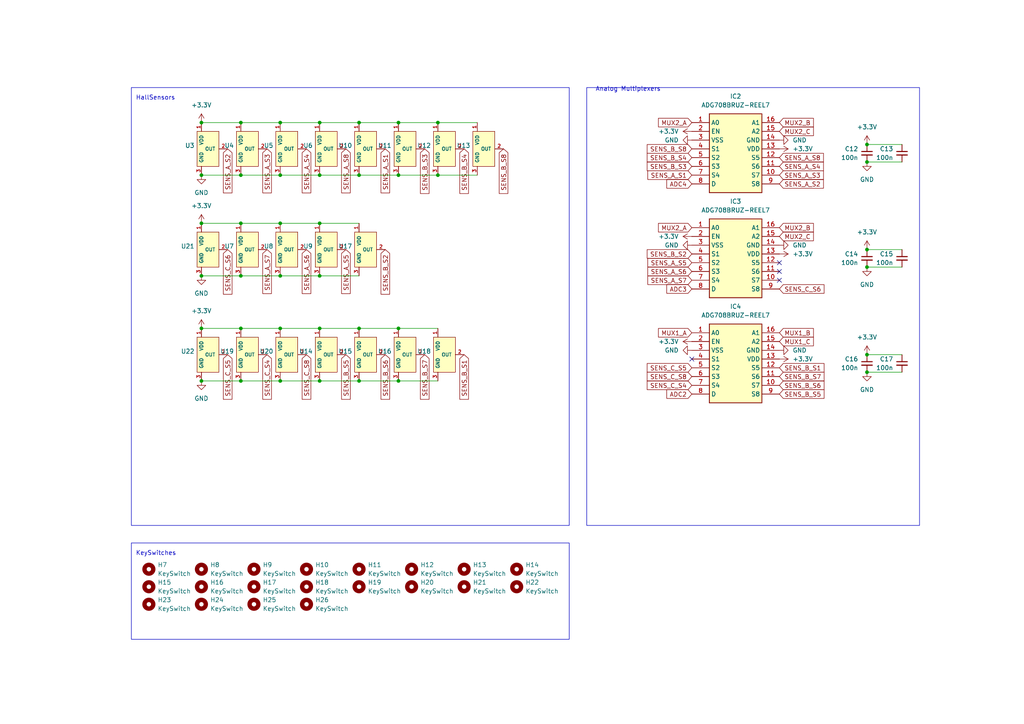
<source format=kicad_sch>
(kicad_sch (version 20250114) (generator "eeschema") (generator_version "9.0")
  (paper "A4")
  (lib_symbols
    (symbol "Device:C_Small" (pin_numbers (hide yes)) (pin_names (offset 0.254) (hide yes))
      (property "Reference" "C" (at 0.254 1.778 0))
      (property "Value" "C_Small" (at 0.254 -2.032 0))
      (symbol "C_Small_0_1"
        (polyline (pts (xy -1.524 0.508) (xy 1.524 0.508)) (stroke (width 0.3048)))
        (polyline (pts (xy -1.524 -0.508) (xy 1.524 -0.508)) (stroke (width 0.3302)))
      )
      (symbol "C_Small_1_1"
        (pin passive line (at 0 2.54 270) (length 2.032) (name "~") (number "1"))
        (pin passive line (at 0 -2.54 90) (length 2.032) (name "~") (number "2"))
      )
    )
    (symbol "Mechanical:MountingHole" (pin_names (offset 1.016))
      (property "Reference" "H" (at 0 5.08 0))
      (property "Value" "MountingHole" (at 0 3.175 0))
      (symbol "MountingHole_0_1"
        (circle (center 0 0) (radius 1.27) (stroke (width 1.27)))
      )
    )
    (symbol "ember_49e:Hall_Sensor" (pin_names (offset 1.016))
      (property "Reference" "U?" (at -4.5212 0.9652 0))
      (symbol "Hall_Sensor_0_1"
        (rectangle (start -3.81 5.08) (end 2.54 -5.08) (fill (type background)))
      )
      (symbol "Hall_Sensor_1_1"
        (pin power_in line (at -2.54 7.62 270) (length 2.54) (name "VDD") (number "1"))
        (pin power_in line (at -2.54 -7.62 90) (length 2.54) (name "GND") (number "3"))
        (pin output line (at 5.08 0 180) (length 2.54) (name "OUT") (number "2"))
      )
    )
    (symbol "ember_adg708:ADG708BRUZ-REEL7"
      (property "Reference" "IC" (at 21.59 7.62 0))
      (property "Value" "ADG708BRUZ-REEL7" (at 21.59 5.08 0))
      (symbol "ADG708BRUZ-REEL7_1_1"
        (rectangle (start 5.08 2.54) (end 20.32 -20.32) (stroke (width 0.254)) (fill (type background)))
        (pin passive line (at 0 0 0) (length 5.08) (name "A0") (number "1"))
        (pin passive line (at 0 -2.54 0) (length 5.08) (name "EN") (number "2"))
        (pin passive line (at 0 -5.08 0) (length 5.08) (name "VSS") (number "3"))
        (pin passive line (at 0 -7.62 0) (length 5.08) (name "S1") (number "4"))
        (pin passive line (at 0 -10.16 0) (length 5.08) (name "S2") (number "5"))
        (pin passive line (at 0 -12.7 0) (length 5.08) (name "S3") (number "6"))
        (pin passive line (at 0 -15.24 0) (length 5.08) (name "S4") (number "7"))
        (pin passive line (at 0 -17.78 0) (length 5.08) (name "D") (number "8"))
        (pin passive line (at 25.4 0 180) (length 5.08) (name "A1") (number "16"))
        (pin passive line (at 25.4 -2.54 180) (length 5.08) (name "A2") (number "15"))
        (pin passive line (at 25.4 -5.08 180) (length 5.08) (name "GND") (number "14"))
        (pin passive line (at 25.4 -7.62 180) (length 5.08) (name "VDD") (number "13"))
        (pin passive line (at 25.4 -10.16 180) (length 5.08) (name "S5") (number "12"))
        (pin passive line (at 25.4 -12.7 180) (length 5.08) (name "S6") (number "11"))
        (pin passive line (at 25.4 -15.24 180) (length 5.08) (name "S7") (number "10"))
        (pin passive line (at 25.4 -17.78 180) (length 5.08) (name "S8") (number "9"))
      )
    )
    (symbol "power:+3.3V" (power) (pin_names (offset 0))
      (property "Value" "+3.3V" (at 0 3.556 0))
      (symbol "+3.3V_0_1"
        (polyline (pts (xy -0.762 1.27) (xy 0 2.54)))
        (polyline (pts (xy 0 2.54) (xy 0.762 1.27)))
        (polyline (pts (xy 0 0) (xy 0 2.54)))
      )
      (symbol "+3.3V_1_1"
        (pin power_in line (at 0 0 90) (length 0) (hide yes) (name "+3.3V") (number "1"))
      )
    )
    (symbol "power:GND" (power) (pin_names (offset 0))
      (property "Value" "GND" (at 0 -3.81 0))
      (symbol "GND_0_1"
        (polyline (pts (xy 0 0) (xy 0 -1.27) (xy 1.27 -1.27) (xy 0 -2.54) (xy -1.27 -1.27) (xy 0 -1.27)))
      )
      (symbol "GND_1_1"
        (pin power_in line (at 0 0 270) (length 0) (hide yes) (name "GND") (number "1"))
      )
    )
  )
  (rectangle (start 38.1 157.48) (end 165.1 185.42))
  (rectangle (start 170.18 25.4) (end 266.7 152.4))
  (rectangle (start 38.1 25.4) (end 165.1 152.4))
  (text "KeySwitches" (at 39.37 161.29 0) (effects (font (size 1.27 1.27)) (justify left bottom)))
  (text "HallSensors" (at 39.37 29.21 0) (effects (font (size 1.27 1.27)) (justify left bottom)))
  (text "Analog Multiplexers" (at 172.72 26.67 0) (effects (font (size 1.27 1.27)) (justify left bottom)))
  (junction (at 58.42 35.56))
  (junction (at 69.85 64.77))
  (junction (at 58.42 110.49))
  (junction (at 251.46 72.39))
  (junction (at 92.71 95.25))
  (junction (at 81.28 50.8))
  (junction (at 115.57 50.8))
  (junction (at 251.46 107.95))
  (junction (at 92.71 110.49))
  (junction (at 92.71 64.77))
  (junction (at 58.42 80.01))
  (junction (at 69.85 50.8))
  (junction (at 81.28 35.56))
  (junction (at 69.85 110.49))
  (junction (at 115.57 110.49))
  (junction (at 251.46 77.47))
  (junction (at 69.85 95.25))
  (junction (at 81.28 95.25))
  (junction (at 69.85 35.56))
  (junction (at 104.14 35.56))
  (junction (at 104.14 50.8))
  (junction (at 127 35.56))
  (junction (at 81.28 64.77))
  (junction (at 58.42 64.77))
  (junction (at 81.28 110.49))
  (junction (at 251.46 102.87))
  (junction (at 127 50.8))
  (junction (at 104.14 95.25))
  (junction (at 251.46 46.99))
  (junction (at 251.46 41.91))
  (junction (at 92.71 35.56))
  (junction (at 104.14 110.49))
  (junction (at 92.71 50.8))
  (junction (at 69.85 80.01))
  (junction (at 58.42 95.25))
  (junction (at 115.57 95.25))
  (junction (at 58.42 50.8))
  (junction (at 81.28 80.01))
  (junction (at 115.57 35.56))
  (junction (at 92.71 80.01))
  (no_connect (at 200.66 104.14))
  (no_connect (at 226.06 81.28))
  (no_connect (at 226.06 76.2))
  (no_connect (at 226.06 78.74))
  (wire (pts (xy 58.42 50.8) (xy 69.85 50.8)))
  (wire (pts (xy 251.46 77.47) (xy 261.62 77.47)))
  (wire (pts (xy 92.71 110.49) (xy 104.14 110.49)))
  (wire (pts (xy 58.42 95.25) (xy 69.85 95.25)))
  (wire (pts (xy 69.85 35.56) (xy 81.28 35.56)))
  (wire (pts (xy 92.71 95.25) (xy 104.14 95.25)))
  (wire (pts (xy 104.14 110.49) (xy 115.57 110.49)))
  (wire (pts (xy 69.85 110.49) (xy 81.28 110.49)))
  (wire (pts (xy 115.57 35.56) (xy 127 35.56)))
  (wire (pts (xy 115.57 50.8) (xy 127 50.8)))
  (wire (pts (xy 127 50.8) (xy 138.43 50.8)))
  (wire (pts (xy 81.28 95.25) (xy 92.71 95.25)))
  (wire (pts (xy 127 35.56) (xy 138.43 35.56)))
  (wire (pts (xy 58.42 35.56) (xy 69.85 35.56)))
  (wire (pts (xy 81.28 80.01) (xy 92.71 80.01)))
  (wire (pts (xy 58.42 80.01) (xy 69.85 80.01)))
  (wire (pts (xy 251.46 102.87) (xy 261.62 102.87)))
  (wire (pts (xy 115.57 95.25) (xy 127 95.25)))
  (wire (pts (xy 69.85 95.25) (xy 81.28 95.25)))
  (wire (pts (xy 81.28 64.77) (xy 92.71 64.77)))
  (wire (pts (xy 69.85 80.01) (xy 81.28 80.01)))
  (wire (pts (xy 251.46 41.91) (xy 261.62 41.91)))
  (wire (pts (xy 104.14 50.8) (xy 115.57 50.8)))
  (wire (pts (xy 92.71 64.77) (xy 104.14 64.77)))
  (wire (pts (xy 251.46 107.95) (xy 261.62 107.95)))
  (wire (pts (xy 92.71 35.56) (xy 104.14 35.56)))
  (wire (pts (xy 92.71 80.01) (xy 104.14 80.01)))
  (wire (pts (xy 58.42 110.49) (xy 69.85 110.49)))
  (wire (pts (xy 81.28 50.8) (xy 92.71 50.8)))
  (wire (pts (xy 69.85 64.77) (xy 81.28 64.77)))
  (wire (pts (xy 69.85 50.8) (xy 81.28 50.8)))
  (wire (pts (xy 104.14 95.25) (xy 115.57 95.25)))
  (wire (pts (xy 115.57 110.49) (xy 127 110.49)))
  (wire (pts (xy 81.28 35.56) (xy 92.71 35.56)))
  (wire (pts (xy 104.14 35.56) (xy 115.57 35.56)))
  (wire (pts (xy 58.42 64.77) (xy 69.85 64.77)))
  (wire (pts (xy 251.46 46.99) (xy 261.62 46.99)))
  (wire (pts (xy 81.28 110.49) (xy 92.71 110.49)))
  (wire (pts (xy 251.46 72.39) (xy 261.62 72.39)))
  (wire (pts (xy 92.71 50.8) (xy 104.14 50.8)))
  (global_label "SENS_B_S6" (shape input) (at 111.76 102.87 270) (property "Intersheetrefs" "${INTERSHEET_REFS}" (effects (hide yes))))
  (global_label "SENS_B_S8" (shape input) (at 146.05 43.18 270) (property "Intersheetrefs" "${INTERSHEET_REFS}" (effects (hide yes))))
  (global_label "MUX1_C" (shape input) (at 226.06 99.06 0) (property "Intersheetrefs" "${INTERSHEET_REFS}" (effects (hide yes))))
  (global_label "MUX2_C" (shape input) (at 226.06 38.1 0) (property "Intersheetrefs" "${INTERSHEET_REFS}" (effects (hide yes))))
  (global_label "SENS_A_S5" (shape input) (at 200.66 76.2 180) (property "Intersheetrefs" "${INTERSHEET_REFS}" (effects (hide yes))))
  (global_label "SENS_B_S7" (shape input) (at 226.06 109.22 0) (property "Intersheetrefs" "${INTERSHEET_REFS}" (effects (hide yes))))
  (global_label "SENS_B_S1" (shape input) (at 134.62 102.87 270) (property "Intersheetrefs" "${INTERSHEET_REFS}" (effects (hide yes))))
  (global_label "MUX1_A" (shape input) (at 200.66 96.52 180) (property "Intersheetrefs" "${INTERSHEET_REFS}" (effects (hide yes))))
  (global_label "SENS_A_S2" (shape input) (at 66.04 43.18 270) (property "Intersheetrefs" "${INTERSHEET_REFS}" (effects (hide yes))))
  (global_label "SENS_C_S8" (shape input) (at 200.66 109.22 180) (property "Intersheetrefs" "${INTERSHEET_REFS}" (effects (hide yes))))
  (global_label "SENS_B_S4" (shape input) (at 200.66 45.72 180) (property "Intersheetrefs" "${INTERSHEET_REFS}" (effects (hide yes))))
  (global_label "SENS_B_S4" (shape input) (at 134.62 43.18 270) (property "Intersheetrefs" "${INTERSHEET_REFS}" (effects (hide yes))))
  (global_label "SENS_A_S5" (shape input) (at 100.33 72.39 270) (property "Intersheetrefs" "${INTERSHEET_REFS}" (effects (hide yes))))
  (global_label "SENS_A_S8" (shape input) (at 226.06 45.72 0) (property "Intersheetrefs" "${INTERSHEET_REFS}" (effects (hide yes))))
  (global_label "SENS_B_S5" (shape input) (at 100.33 102.87 270) (property "Intersheetrefs" "${INTERSHEET_REFS}" (effects (hide yes))))
  (global_label "SENS_B_S8" (shape input) (at 200.66 43.18 180) (property "Intersheetrefs" "${INTERSHEET_REFS}" (effects (hide yes))))
  (global_label "ADC2" (shape input) (at 200.66 114.3 180) (property "Intersheetrefs" "${INTERSHEET_REFS}" (effects (hide yes))))
  (global_label "SENS_B_S7" (shape input) (at 123.19 102.87 270) (property "Intersheetrefs" "${INTERSHEET_REFS}" (effects (hide yes))))
  (global_label "SENS_B_S2" (shape input) (at 111.76 72.39 270) (property "Intersheetrefs" "${INTERSHEET_REFS}" (effects (hide yes))))
  (global_label "SENS_C_S6" (shape input) (at 66.04 72.39 270) (property "Intersheetrefs" "${INTERSHEET_REFS}" (effects (hide yes))))
  (global_label "SENS_A_S6" (shape input) (at 200.66 78.74 180) (property "Intersheetrefs" "${INTERSHEET_REFS}" (effects (hide yes))))
  (global_label "SENS_B_S6" (shape input) (at 226.06 111.76 0) (property "Intersheetrefs" "${INTERSHEET_REFS}" (effects (hide yes))))
  (global_label "SENS_A_S2" (shape input) (at 226.06 53.34 0) (property "Intersheetrefs" "${INTERSHEET_REFS}" (effects (hide yes))))
  (global_label "ADC4" (shape input) (at 200.66 53.34 180) (property "Intersheetrefs" "${INTERSHEET_REFS}" (effects (hide yes))))
  (global_label "SENS_A_S7" (shape input) (at 200.66 81.28 180) (property "Intersheetrefs" "${INTERSHEET_REFS}" (effects (hide yes))))
  (global_label "SENS_C_S8" (shape input) (at 88.9 102.87 270) (property "Intersheetrefs" "${INTERSHEET_REFS}" (effects (hide yes))))
  (global_label "ADC3" (shape input) (at 200.66 83.82 180) (property "Intersheetrefs" "${INTERSHEET_REFS}" (effects (hide yes))))
  (global_label "MUX2_A" (shape input) (at 200.66 66.04 180) (property "Intersheetrefs" "${INTERSHEET_REFS}" (effects (hide yes))))
  (global_label "SENS_C_S6" (shape input) (at 226.06 83.82 0) (property "Intersheetrefs" "${INTERSHEET_REFS}" (effects (hide yes))))
  (global_label "SENS_A_S4" (shape input) (at 226.06 48.26 0) (property "Intersheetrefs" "${INTERSHEET_REFS}" (effects (hide yes))))
  (global_label "SENS_A_S7" (shape input) (at 77.47 72.39 270) (property "Intersheetrefs" "${INTERSHEET_REFS}" (effects (hide yes))))
  (global_label "SENS_C_S4" (shape input) (at 200.66 111.76 180) (property "Intersheetrefs" "${INTERSHEET_REFS}" (effects (hide yes))))
  (global_label "SENS_B_S1" (shape input) (at 226.06 106.68 0) (property "Intersheetrefs" "${INTERSHEET_REFS}" (effects (hide yes))))
  (global_label "MUX2_B" (shape input) (at 226.06 66.04 0) (property "Intersheetrefs" "${INTERSHEET_REFS}" (effects (hide yes))))
  (global_label "SENS_B_S5" (shape input) (at 226.06 114.3 0) (property "Intersheetrefs" "${INTERSHEET_REFS}" (effects (hide yes))))
  (global_label "SENS_B_S3" (shape input) (at 200.66 48.26 180) (property "Intersheetrefs" "${INTERSHEET_REFS}" (effects (hide yes))))
  (global_label "SENS_A_S1" (shape input) (at 111.76 43.18 270) (property "Intersheetrefs" "${INTERSHEET_REFS}" (effects (hide yes))))
  (global_label "SENS_A_S8" (shape input) (at 100.33 43.18 270) (property "Intersheetrefs" "${INTERSHEET_REFS}" (effects (hide yes))))
  (global_label "MUX2_C" (shape input) (at 226.06 68.58 0) (property "Intersheetrefs" "${INTERSHEET_REFS}" (effects (hide yes))))
  (global_label "SENS_C_S5" (shape input) (at 66.04 102.87 270) (property "Intersheetrefs" "${INTERSHEET_REFS}" (effects (hide yes))))
  (global_label "SENS_B_S2" (shape input) (at 200.66 73.66 180) (property "Intersheetrefs" "${INTERSHEET_REFS}" (effects (hide yes))))
  (global_label "SENS_A_S3" (shape input) (at 226.06 50.8 0) (property "Intersheetrefs" "${INTERSHEET_REFS}" (effects (hide yes))))
  (global_label "SENS_A_S3" (shape input) (at 77.47 43.18 270) (property "Intersheetrefs" "${INTERSHEET_REFS}" (effects (hide yes))))
  (global_label "SENS_A_S4" (shape input) (at 88.9 43.18 270) (property "Intersheetrefs" "${INTERSHEET_REFS}" (effects (hide yes))))
  (global_label "MUX2_B" (shape input) (at 226.06 35.56 0) (property "Intersheetrefs" "${INTERSHEET_REFS}" (effects (hide yes))))
  (global_label "SENS_A_S6" (shape input) (at 88.9 72.39 270) (property "Intersheetrefs" "${INTERSHEET_REFS}" (effects (hide yes))))
  (global_label "SENS_B_S3" (shape input) (at 123.19 43.18 270) (property "Intersheetrefs" "${INTERSHEET_REFS}" (effects (hide yes))))
  (global_label "SENS_C_S4" (shape input) (at 77.47 102.87 270) (property "Intersheetrefs" "${INTERSHEET_REFS}" (effects (hide yes))))
  (global_label "MUX2_A" (shape input) (at 200.66 35.56 180) (property "Intersheetrefs" "${INTERSHEET_REFS}" (effects (hide yes))))
  (global_label "SENS_C_S5" (shape input) (at 200.66 106.68 180) (property "Intersheetrefs" "${INTERSHEET_REFS}" (effects (hide yes))))
  (global_label "MUX1_B" (shape input) (at 226.06 96.52 0) (property "Intersheetrefs" "${INTERSHEET_REFS}" (effects (hide yes))))
  (global_label "SENS_A_S1" (shape input) (at 200.66 50.8 180) (property "Intersheetrefs" "${INTERSHEET_REFS}" (effects (hide yes))))
  (symbol (lib_id "Mechanical:MountingHole") (at 149.86 170.18 0) (unit 1)
    (property "Reference" "H22" (at 152.4 168.91 0) (effects (justify left)))
    (property "Value" "KeySwitch" (at 152.4 171.45 0) (effects (justify left)))
    (property "Footprint" "ember:MX-1U-NoPins" (effects (hide yes)))
  )
  (symbol (lib_id "power:+3.3V") (at 226.06 73.66 270) (unit 1)
    (property "Reference" "#PWR042" (effects (hide yes)))
    (property "Value" "+3.3V" (at 229.87 73.66 90) (effects (justify left)))
  )
  (symbol (lib_id "ember_49e:Hall_Sensor") (at 83.82 102.87 0) (unit 1)
    (property "Reference" "U20" (at 79.2988 101.9048 0) (effects (justify right)))
    (property "Value" "Hall_Sensor" (effects (hide yes)))
    (property "Footprint" "Package_TO_SOT_SMD:SOT-23" (effects (hide yes)))
    (property "LCSC Part" "C266230" (effects (hide yes)))
    (property "MPN" "SLSS49E-3" (effects (hide yes)))
    (property "Notes" "Alternate part: OH49E-S (C85573)" (effects (hide yes)))
    (property "LCSC" "C2904393" (effects (hide yes)))
  )
  (symbol (lib_id "Device:C_Small") (at 251.46 44.45 0) (mirror y) (unit 1)
    (property "Reference" "C12" (at 248.92 43.1863 0) (effects (justify left)))
    (property "Value" "100n" (at 248.92 45.7263 0) (effects (justify left)))
    (property "Footprint" "Capacitor_SMD:C_0603_1608Metric" (effects (hide yes)))
    (property "LCSC" "C14663" (effects (hide yes)))
  )
  (symbol (lib_id "Mechanical:MountingHole") (at 43.18 170.18 0) (unit 1)
    (property "Reference" "H15" (at 45.72 168.91 0) (effects (justify left)))
    (property "Value" "KeySwitch" (at 45.72 171.45 0) (effects (justify left)))
    (property "Footprint" "ember:MX-1U-NoPins" (effects (hide yes)))
  )
  (symbol (lib_id "Device:C_Small") (at 261.62 74.93 0) (mirror y) (unit 1)
    (property "Reference" "C15" (at 259.08 73.6663 0) (effects (justify left)))
    (property "Value" "100n" (at 259.08 76.2063 0) (effects (justify left)))
    (property "Footprint" "Capacitor_SMD:C_0603_1608Metric" (effects (hide yes)))
    (property "LCSC" "C14663" (effects (hide yes)))
  )
  (symbol (lib_id "ember_49e:Hall_Sensor") (at 106.68 43.18 0) (unit 1)
    (property "Reference" "U10" (at 102.1588 42.2148 0) (effects (justify right)))
    (property "Value" "Hall_Sensor" (effects (hide yes)))
    (property "Footprint" "Package_TO_SOT_SMD:SOT-23" (effects (hide yes)))
    (property "LCSC Part" "C266230" (effects (hide yes)))
    (property "MPN" "SLSS49E-3" (effects (hide yes)))
    (property "Notes" "Alternate part: OH49E-S (C85573)" (effects (hide yes)))
    (property "LCSC" "C2904393" (effects (hide yes)))
  )
  (symbol (lib_id "power:GND") (at 200.66 40.64 270) (unit 1)
    (property "Reference" "#PWR031" (effects (hide yes)))
    (property "Value" "GND" (at 196.85 40.64 90) (effects (justify right)))
  )
  (symbol (lib_id "power:+3.3V") (at 58.42 95.25 0) (unit 1)
    (property "Reference" "#PWR045" (effects (hide yes)))
    (property "Value" "+3.3V" (at 58.42 90.17 0))
  )
  (symbol (lib_id "power:+3.3V") (at 58.42 64.77 0) (unit 1)
    (property "Reference" "#PWR037" (effects (hide yes)))
    (property "Value" "+3.3V" (at 58.42 59.69 0))
  )
  (symbol (lib_id "ember_49e:Hall_Sensor") (at 95.25 102.87 0) (unit 1)
    (property "Reference" "U14" (at 90.7288 101.9048 0) (effects (justify right)))
    (property "Value" "Hall_Sensor" (effects (hide yes)))
    (property "Footprint" "Package_TO_SOT_SMD:SOT-23" (effects (hide yes)))
    (property "LCSC Part" "C266230" (effects (hide yes)))
    (property "MPN" "SLSS49E-3" (effects (hide yes)))
    (property "Notes" "Alternate part: OH49E-S (C85573)" (effects (hide yes)))
    (property "LCSC" "C2904393" (effects (hide yes)))
  )
  (symbol (lib_id "ember_49e:Hall_Sensor") (at 60.96 43.18 0) (unit 1)
    (property "Reference" "U3" (at 56.4388 42.2148 0) (effects (justify right)))
    (property "Value" "Hall_Sensor" (effects (hide yes)))
    (property "Footprint" "Package_TO_SOT_SMD:SOT-23" (effects (hide yes)))
    (property "LCSC Part" "C266230" (effects (hide yes)))
    (property "MPN" "SLSS49E-3" (effects (hide yes)))
    (property "Notes" "Alternate part: OH49E-S (C85573)" (effects (hide yes)))
    (property "LCSC" "C2904393" (effects (hide yes)))
  )
  (symbol (lib_id "power:+3.3V") (at 200.66 99.06 90) (unit 1)
    (property "Reference" "#PWR046" (effects (hide yes)))
    (property "Value" "+3.3V" (at 196.85 99.06 90) (effects (justify left)))
  )
  (symbol (lib_id "Device:C_Small") (at 261.62 44.45 0) (mirror y) (unit 1)
    (property "Reference" "C13" (at 259.08 43.1863 0) (effects (justify left)))
    (property "Value" "100n" (at 259.08 45.7263 0) (effects (justify left)))
    (property "Footprint" "Capacitor_SMD:C_0603_1608Metric" (effects (hide yes)))
    (property "LCSC" "C14663" (effects (hide yes)))
  )
  (symbol (lib_id "power:GND") (at 200.66 101.6 270) (unit 1)
    (property "Reference" "#PWR047" (effects (hide yes)))
    (property "Value" "GND" (at 196.85 101.6 90) (effects (justify right)))
  )
  (symbol (lib_id "ember_49e:Hall_Sensor") (at 60.96 102.87 0) (unit 1)
    (property "Reference" "U22" (at 56.4388 101.9048 0) (effects (justify right)))
    (property "Value" "Hall_Sensor" (effects (hide yes)))
    (property "Footprint" "Package_TO_SOT_SMD:SOT-23" (effects (hide yes)))
    (property "LCSC Part" "C266230" (effects (hide yes)))
    (property "MPN" "SLSS49E-3" (effects (hide yes)))
    (property "Notes" "Alternate part: OH49E-S (C85573)" (effects (hide yes)))
    (property "LCSC" "C2904393" (effects (hide yes)))
  )
  (symbol (lib_id "Mechanical:MountingHole") (at 134.62 170.18 0) (unit 1)
    (property "Reference" "H21" (at 137.16 168.91 0) (effects (justify left)))
    (property "Value" "KeySwitch" (at 137.16 171.45 0) (effects (justify left)))
    (property "Footprint" "ember:MX-1U-NoPins" (effects (hide yes)))
  )
  (symbol (lib_id "power:GND") (at 200.66 71.12 270) (unit 1)
    (property "Reference" "#PWR039" (effects (hide yes)))
    (property "Value" "GND" (at 196.85 71.12 90) (effects (justify right)))
  )
  (symbol (lib_id "Mechanical:MountingHole") (at 88.9 175.26 0) (unit 1)
    (property "Reference" "H26" (at 91.44 173.99 0) (effects (justify left)))
    (property "Value" "KeySwitch" (at 91.44 176.53 0) (effects (justify left)))
    (property "Footprint" "ember:MX-1U-NoPins" (effects (hide yes)))
  )
  (symbol (lib_id "Mechanical:MountingHole") (at 73.66 165.1 0) (unit 1)
    (property "Reference" "H9" (at 76.2 163.83 0) (effects (justify left)))
    (property "Value" "KeySwitch" (at 76.2 166.37 0) (effects (justify left)))
    (property "Footprint" "ember:MX-1U-NoPins" (effects (hide yes)))
  )
  (symbol (lib_id "ember_49e:Hall_Sensor") (at 140.97 43.18 0) (unit 1)
    (property "Reference" "U13" (at 136.4488 42.2148 0) (effects (justify right)))
    (property "Value" "Hall_Sensor" (effects (hide yes)))
    (property "Footprint" "Package_TO_SOT_SMD:SOT-23" (effects (hide yes)))
    (property "LCSC Part" "C266230" (effects (hide yes)))
    (property "MPN" "SLSS49E-3" (effects (hide yes)))
    (property "Notes" "Alternate part: OH49E-S (C85573)" (effects (hide yes)))
    (property "LCSC" "C2904393" (effects (hide yes)))
  )
  (symbol (lib_id "power:+3.3V") (at 58.42 35.56 0) (unit 1)
    (property "Reference" "#PWR029" (effects (hide yes)))
    (property "Value" "+3.3V" (at 58.42 30.48 0))
  )
  (symbol (lib_id "power:+3.3V") (at 226.06 104.14 270) (unit 1)
    (property "Reference" "#PWR050" (effects (hide yes)))
    (property "Value" "+3.3V" (at 229.87 104.14 90) (effects (justify left)))
  )
  (symbol (lib_id "ember_49e:Hall_Sensor") (at 72.39 43.18 0) (unit 1)
    (property "Reference" "U4" (at 67.8688 42.2148 0) (effects (justify right)))
    (property "Value" "Hall_Sensor" (effects (hide yes)))
    (property "Footprint" "Package_TO_SOT_SMD:SOT-23" (effects (hide yes)))
    (property "LCSC Part" "C266230" (effects (hide yes)))
    (property "MPN" "SLSS49E-3" (effects (hide yes)))
    (property "Notes" "Alternate part: OH49E-S (C85573)" (effects (hide yes)))
    (property "LCSC" "C2904393" (effects (hide yes)))
  )
  (symbol (lib_id "ember_49e:Hall_Sensor") (at 118.11 43.18 0) (unit 1)
    (property "Reference" "U11" (at 113.5888 42.2148 0) (effects (justify right)))
    (property "Value" "Hall_Sensor" (effects (hide yes)))
    (property "Footprint" "Package_TO_SOT_SMD:SOT-23" (effects (hide yes)))
    (property "LCSC Part" "C266230" (effects (hide yes)))
    (property "MPN" "SLSS49E-3" (effects (hide yes)))
    (property "Notes" "Alternate part: OH49E-S (C85573)" (effects (hide yes)))
    (property "LCSC" "C2904393" (effects (hide yes)))
  )
  (symbol (lib_id "ember_49e:Hall_Sensor") (at 72.39 72.39 0) (unit 1)
    (property "Reference" "U7" (at 67.8688 71.4248 0) (effects (justify right)))
    (property "Value" "Hall_Sensor" (effects (hide yes)))
    (property "Footprint" "Package_TO_SOT_SMD:SOT-23" (effects (hide yes)))
    (property "LCSC Part" "C266230" (effects (hide yes)))
    (property "MPN" "SLSS49E-3" (effects (hide yes)))
    (property "Notes" "Alternate part: OH49E-S (C85573)" (effects (hide yes)))
    (property "LCSC" "C2904393" (effects (hide yes)))
  )
  (symbol (lib_id "power:GND") (at 58.42 110.49 0) (unit 1)
    (property "Reference" "#PWR052" (effects (hide yes)))
    (property "Value" "GND" (at 58.42 115.57 0))
  )
  (symbol (lib_id "ember_49e:Hall_Sensor") (at 83.82 72.39 0) (unit 1)
    (property "Reference" "U8" (at 79.2988 71.4248 0) (effects (justify right)))
    (property "Value" "Hall_Sensor" (effects (hide yes)))
    (property "Footprint" "Package_TO_SOT_SMD:SOT-23" (effects (hide yes)))
    (property "LCSC Part" "C266230" (effects (hide yes)))
    (property "MPN" "SLSS49E-3" (effects (hide yes)))
    (property "Notes" "Alternate part: OH49E-S (C85573)" (effects (hide yes)))
    (property "LCSC" "C2904393" (effects (hide yes)))
  )
  (symbol (lib_id "Mechanical:MountingHole") (at 43.18 175.26 0) (unit 1)
    (property "Reference" "H23" (at 45.72 173.99 0) (effects (justify left)))
    (property "Value" "KeySwitch" (at 45.72 176.53 0) (effects (justify left)))
    (property "Footprint" "ember:MX-1U-NoPins" (effects (hide yes)))
  )
  (symbol (lib_id "Mechanical:MountingHole") (at 43.18 165.1 0) (unit 1)
    (property "Reference" "H7" (at 45.72 163.83 0) (effects (justify left)))
    (property "Value" "KeySwitch" (at 45.72 166.37 0) (effects (justify left)))
    (property "Footprint" "ember:MX-1U-NoPins" (effects (hide yes)))
  )
  (symbol (lib_id "ember_49e:Hall_Sensor") (at 60.96 72.39 0) (unit 1)
    (property "Reference" "U21" (at 56.4388 71.4248 0) (effects (justify right)))
    (property "Value" "Hall_Sensor" (effects (hide yes)))
    (property "Footprint" "Package_TO_SOT_SMD:SOT-23" (effects (hide yes)))
    (property "LCSC Part" "C266230" (effects (hide yes)))
    (property "MPN" "SLSS49E-3" (effects (hide yes)))
    (property "Notes" "Alternate part: OH49E-S (C85573)" (effects (hide yes)))
    (property "LCSC" "C2904393" (effects (hide yes)))
  )
  (symbol (lib_id "ember_49e:Hall_Sensor") (at 129.54 43.18 0) (unit 1)
    (property "Reference" "U12" (at 125.0188 42.2148 0) (effects (justify right)))
    (property "Value" "Hall_Sensor" (effects (hide yes)))
    (property "Footprint" "Package_TO_SOT_SMD:SOT-23" (effects (hide yes)))
    (property "LCSC Part" "C266230" (effects (hide yes)))
    (property "MPN" "SLSS49E-3" (effects (hide yes)))
    (property "Notes" "Alternate part: OH49E-S (C85573)" (effects (hide yes)))
    (property "LCSC" "C2904393" (effects (hide yes)))
  )
  (symbol (lib_id "Mechanical:MountingHole") (at 119.38 165.1 0) (unit 1)
    (property "Reference" "H12" (at 121.92 163.83 0) (effects (justify left)))
    (property "Value" "KeySwitch" (at 121.92 166.37 0) (effects (justify left)))
    (property "Footprint" "ember:MX-1U-NoPins" (effects (hide yes)))
  )
  (symbol (lib_id "Mechanical:MountingHole") (at 149.86 165.1 0) (unit 1)
    (property "Reference" "H14" (at 152.4 163.83 0) (effects (justify left)))
    (property "Value" "KeySwitch" (at 152.4 166.37 0) (effects (justify left)))
    (property "Footprint" "ember:MX-1U-NoPins" (effects (hide yes)))
  )
  (symbol (lib_id "power:+3.3V") (at 200.66 38.1 90) (unit 1)
    (property "Reference" "#PWR030" (effects (hide yes)))
    (property "Value" "+3.3V" (at 196.85 38.1 90) (effects (justify left)))
  )
  (symbol (lib_id "Device:C_Small") (at 251.46 74.93 0) (mirror y) (unit 1)
    (property "Reference" "C14" (at 248.92 73.6663 0) (effects (justify left)))
    (property "Value" "100n" (at 248.92 76.2063 0) (effects (justify left)))
    (property "Footprint" "Capacitor_SMD:C_0603_1608Metric" (effects (hide yes)))
    (property "LCSC" "C14663" (effects (hide yes)))
  )
  (symbol (lib_id "Mechanical:MountingHole") (at 88.9 165.1 0) (unit 1)
    (property "Reference" "H10" (at 91.44 163.83 0) (effects (justify left)))
    (property "Value" "KeySwitch" (at 91.44 166.37 0) (effects (justify left)))
    (property "Footprint" "ember:MX-1U-NoPins" (effects (hide yes)))
  )
  (symbol (lib_id "Mechanical:MountingHole") (at 134.62 165.1 0) (unit 1)
    (property "Reference" "H13" (at 137.16 163.83 0) (effects (justify left)))
    (property "Value" "KeySwitch" (at 137.16 166.37 0) (effects (justify left)))
    (property "Footprint" "ember:MX-1U-NoPins" (effects (hide yes)))
  )
  (symbol (lib_id "power:+3.3V") (at 200.66 68.58 90) (unit 1)
    (property "Reference" "#PWR038" (effects (hide yes)))
    (property "Value" "+3.3V" (at 196.85 68.58 90) (effects (justify left)))
  )
  (symbol (lib_id "ember_49e:Hall_Sensor") (at 129.54 102.87 0) (unit 1)
    (property "Reference" "U18" (at 125.0188 101.9048 0) (effects (justify right)))
    (property "Value" "Hall_Sensor" (effects (hide yes)))
    (property "Footprint" "Package_TO_SOT_SMD:SOT-23" (effects (hide yes)))
    (property "LCSC Part" "C266230" (effects (hide yes)))
    (property "MPN" "SLSS49E-3" (effects (hide yes)))
    (property "Notes" "Alternate part: OH49E-S (C85573)" (effects (hide yes)))
    (property "LCSC" "C2904393" (effects (hide yes)))
  )
  (symbol (lib_id "Device:C_Small") (at 251.46 105.41 0) (mirror y) (unit 1)
    (property "Reference" "C16" (at 248.92 104.1463 0) (effects (justify left)))
    (property "Value" "100n" (at 248.92 106.6863 0) (effects (justify left)))
    (property "Footprint" "Capacitor_SMD:C_0603_1608Metric" (effects (hide yes)))
    (property "LCSC" "C14663" (effects (hide yes)))
  )
  (symbol (lib_id "power:+3.3V") (at 251.46 41.91 0) (unit 1)
    (property "Reference" "#PWR033" (effects (hide yes)))
    (property "Value" "+3.3V" (at 251.46 36.83 0))
  )
  (symbol (lib_id "ember_49e:Hall_Sensor") (at 95.25 43.18 0) (unit 1)
    (property "Reference" "U6" (at 90.7288 42.2148 0) (effects (justify right)))
    (property "Value" "Hall_Sensor" (effects (hide yes)))
    (property "Footprint" "Package_TO_SOT_SMD:SOT-23" (effects (hide yes)))
    (property "LCSC Part" "C266230" (effects (hide yes)))
    (property "MPN" "SLSS49E-3" (effects (hide yes)))
    (property "Notes" "Alternate part: OH49E-S (C85573)" (effects (hide yes)))
    (property "LCSC" "C2904393" (effects (hide yes)))
  )
  (symbol (lib_id "ember_49e:Hall_Sensor") (at 95.25 72.39 0) (unit 1)
    (property "Reference" "U9" (at 90.7288 71.4248 0) (effects (justify right)))
    (property "Value" "Hall_Sensor" (effects (hide yes)))
    (property "Footprint" "Package_TO_SOT_SMD:SOT-23" (effects (hide yes)))
    (property "LCSC Part" "C266230" (effects (hide yes)))
    (property "MPN" "SLSS49E-3" (effects (hide yes)))
    (property "Notes" "Alternate part: OH49E-S (C85573)" (effects (hide yes)))
    (property "LCSC" "C2904393" (effects (hide yes)))
  )
  (symbol (lib_id "ember_adg708:ADG708BRUZ-REEL7") (at 200.66 66.04 0) (unit 1)
    (property "Reference" "IC3" (at 213.36 58.42 0))
    (property "Value" "ADG708BRUZ-REEL7" (at 213.36 60.96 0))
    (property "Footprint" "SOP65P640X120-16N" (effects (hide yes)))
    (property "Datasheet" "https://www.analog.com/media/en/technical-documentation/data-sheets/ADG708_709.pdf" (effects (hide yes)))
    (property "Height" "1.2" (effects (hide yes)))
    (property "Mouser Part Number" "584-ADG708BRUZ-R7" (effects (hide yes)))
    (property "Mouser Price/Stock" "https://www.mouser.co.uk/ProductDetail/Analog-Devices/ADG708BRUZ-REEL7?qs=BpaRKvA4VqFdn8CWC5yK2A%3D%3D" (effects (hide yes)))
    (property "Manufacturer_Name" "Analog Devices" (effects (hide yes)))
    (property "Manufacturer_Part_Number" "ADG708BRUZ-REEL7" (effects (hide yes)))
    (property "LCSC" "C35325" (effects (hide yes)))
  )
  (symbol (lib_id "Mechanical:MountingHole") (at 73.66 170.18 0) (unit 1)
    (property "Reference" "H17" (at 76.2 168.91 0) (effects (justify left)))
    (property "Value" "KeySwitch" (at 76.2 171.45 0) (effects (justify left)))
    (property "Footprint" "ember:MX-1U-NoPins" (effects (hide yes)))
  )
  (symbol (lib_id "power:+3.3V") (at 251.46 102.87 0) (unit 1)
    (property "Reference" "#PWR049" (effects (hide yes)))
    (property "Value" "+3.3V" (at 251.46 97.79 0))
  )
  (symbol (lib_id "Mechanical:MountingHole") (at 73.66 175.26 0) (unit 1)
    (property "Reference" "H25" (at 76.2 173.99 0) (effects (justify left)))
    (property "Value" "KeySwitch" (at 76.2 176.53 0) (effects (justify left)))
    (property "Footprint" "ember:MX-1U-NoPins" (effects (hide yes)))
  )
  (symbol (lib_id "Mechanical:MountingHole") (at 88.9 170.18 0) (unit 1)
    (property "Reference" "H18" (at 91.44 168.91 0) (effects (justify left)))
    (property "Value" "KeySwitch" (at 91.44 171.45 0) (effects (justify left)))
    (property "Footprint" "ember:MX-1U-NoPins" (effects (hide yes)))
  )
  (symbol (lib_id "power:GND") (at 251.46 77.47 0) (unit 1)
    (property "Reference" "#PWR043" (effects (hide yes)))
    (property "Value" "GND" (at 251.46 82.55 0))
  )
  (symbol (lib_id "power:GND") (at 226.06 101.6 90) (unit 1)
    (property "Reference" "#PWR048" (effects (hide yes)))
    (property "Value" "GND" (at 229.87 101.6 90) (effects (justify right)))
  )
  (symbol (lib_id "power:GND") (at 58.42 50.8 0) (unit 1)
    (property "Reference" "#PWR044" (effects (hide yes)))
    (property "Value" "GND" (at 58.42 55.88 0))
  )
  (symbol (lib_id "Mechanical:MountingHole") (at 119.38 170.18 0) (unit 1)
    (property "Reference" "H20" (at 121.92 168.91 0) (effects (justify left)))
    (property "Value" "KeySwitch" (at 121.92 171.45 0) (effects (justify left)))
    (property "Footprint" "ember:MX-1U-NoPins" (effects (hide yes)))
  )
  (symbol (lib_id "Mechanical:MountingHole") (at 58.42 175.26 0) (unit 1)
    (property "Reference" "H24" (at 60.96 173.99 0) (effects (justify left)))
    (property "Value" "KeySwitch" (at 60.96 176.53 0) (effects (justify left)))
    (property "Footprint" "ember:MX-1U-NoPins" (effects (hide yes)))
  )
  (symbol (lib_id "power:GND") (at 58.42 80.01 0) (unit 1)
    (property "Reference" "#PWR036" (effects (hide yes)))
    (property "Value" "GND" (at 58.42 85.09 0))
  )
  (symbol (lib_id "ember_49e:Hall_Sensor") (at 72.39 102.87 0) (unit 1)
    (property "Reference" "U19" (at 67.8688 101.9048 0) (effects (justify right)))
    (property "Value" "Hall_Sensor" (effects (hide yes)))
    (property "Footprint" "Package_TO_SOT_SMD:SOT-23" (effects (hide yes)))
    (property "LCSC Part" "C266230" (effects (hide yes)))
    (property "MPN" "SLSS49E-3" (effects (hide yes)))
    (property "Notes" "Alternate part: OH49E-S (C85573)" (effects (hide yes)))
    (property "LCSC" "C2904393" (effects (hide yes)))
  )
  (symbol (lib_id "power:GND") (at 226.06 40.64 90) (unit 1)
    (property "Reference" "#PWR032" (effects (hide yes)))
    (property "Value" "GND" (at 229.87 40.64 90) (effects (justify right)))
  )
  (symbol (lib_id "Mechanical:MountingHole") (at 104.14 170.18 0) (unit 1)
    (property "Reference" "H19" (at 106.68 168.91 0) (effects (justify left)))
    (property "Value" "KeySwitch" (at 106.68 171.45 0) (effects (justify left)))
    (property "Footprint" "ember:MX-1U-NoPins" (effects (hide yes)))
  )
  (symbol (lib_id "power:GND") (at 226.06 71.12 90) (unit 1)
    (property "Reference" "#PWR040" (effects (hide yes)))
    (property "Value" "GND" (at 229.87 71.12 90) (effects (justify right)))
  )
  (symbol (lib_id "Mechanical:MountingHole") (at 58.42 170.18 0) (unit 1)
    (property "Reference" "H16" (at 60.96 168.91 0) (effects (justify left)))
    (property "Value" "KeySwitch" (at 60.96 171.45 0) (effects (justify left)))
    (property "Footprint" "ember:MX-1U-NoPins" (effects (hide yes)))
  )
  (symbol (lib_id "power:GND") (at 251.46 46.99 0) (unit 1)
    (property "Reference" "#PWR035" (effects (hide yes)))
    (property "Value" "GND" (at 251.46 52.07 0))
  )
  (symbol (lib_id "power:+3.3V") (at 251.46 72.39 0) (unit 1)
    (property "Reference" "#PWR041" (effects (hide yes)))
    (property "Value" "+3.3V" (at 251.46 67.31 0))
  )
  (symbol (lib_id "Device:C_Small") (at 261.62 105.41 0) (mirror y) (unit 1)
    (property "Reference" "C17" (at 259.08 104.1463 0) (effects (justify left)))
    (property "Value" "100n" (at 259.08 106.6863 0) (effects (justify left)))
    (property "Footprint" "Capacitor_SMD:C_0603_1608Metric" (effects (hide yes)))
    (property "LCSC" "C14663" (effects (hide yes)))
  )
  (symbol (lib_id "ember_49e:Hall_Sensor") (at 118.11 102.87 0) (unit 1)
    (property "Reference" "U16" (at 113.5888 101.9048 0) (effects (justify right)))
    (property "Value" "Hall_Sensor" (effects (hide yes)))
    (property "Footprint" "Package_TO_SOT_SMD:SOT-23" (effects (hide yes)))
    (property "LCSC Part" "C266230" (effects (hide yes)))
    (property "MPN" "SLSS49E-3" (effects (hide yes)))
    (property "Notes" "Alternate part: OH49E-S (C85573)" (effects (hide yes)))
    (property "LCSC" "C2904393" (effects (hide yes)))
  )
  (symbol (lib_id "Mechanical:MountingHole") (at 58.42 165.1 0) (unit 1)
    (property "Reference" "H8" (at 60.96 163.83 0) (effects (justify left)))
    (property "Value" "KeySwitch" (at 60.96 166.37 0) (effects (justify left)))
    (property "Footprint" "ember:MX-1U-NoPins" (effects (hide yes)))
  )
  (symbol (lib_id "ember_49e:Hall_Sensor") (at 106.68 102.87 0) (unit 1)
    (property "Reference" "U15" (at 102.1588 101.9048 0) (effects (justify right)))
    (property "Value" "Hall_Sensor" (effects (hide yes)))
    (property "Footprint" "Package_TO_SOT_SMD:SOT-23" (effects (hide yes)))
    (property "LCSC Part" "C266230" (effects (hide yes)))
    (property "MPN" "SLSS49E-3" (effects (hide yes)))
    (property "Notes" "Alternate part: OH49E-S (C85573)" (effects (hide yes)))
    (property "LCSC" "C2904393" (effects (hide yes)))
  )
  (symbol (lib_id "ember_49e:Hall_Sensor") (at 106.68 72.39 0) (unit 1)
    (property "Reference" "U17" (at 102.1588 71.4248 0) (effects (justify right)))
    (property "Value" "Hall_Sensor" (effects (hide yes)))
    (property "Footprint" "Package_TO_SOT_SMD:SOT-23" (effects (hide yes)))
    (property "LCSC Part" "C266230" (effects (hide yes)))
    (property "MPN" "SLSS49E-3" (effects (hide yes)))
    (property "Notes" "Alternate part: OH49E-S (C85573)" (effects (hide yes)))
    (property "LCSC" "C2904393" (effects (hide yes)))
  )
  (symbol (lib_id "ember_adg708:ADG708BRUZ-REEL7") (at 200.66 96.52 0) (unit 1)
    (property "Reference" "IC4" (at 213.36 88.9 0))
    (property "Value" "ADG708BRUZ-REEL7" (at 213.36 91.44 0))
    (property "Footprint" "SOP65P640X120-16N" (effects (hide yes)))
    (property "Datasheet" "https://www.analog.com/media/en/technical-documentation/data-sheets/ADG708_709.pdf" (effects (hide yes)))
    (property "Height" "1.2" (effects (hide yes)))
    (property "Mouser Part Number" "584-ADG708BRUZ-R7" (effects (hide yes)))
    (property "Mouser Price/Stock" "https://www.mouser.co.uk/ProductDetail/Analog-Devices/ADG708BRUZ-REEL7?qs=BpaRKvA4VqFdn8CWC5yK2A%3D%3D" (effects (hide yes)))
    (property "Manufacturer_Name" "Analog Devices" (effects (hide yes)))
    (property "Manufacturer_Part_Number" "ADG708BRUZ-REEL7" (effects (hide yes)))
    (property "LCSC" "C35325" (effects (hide yes)))
  )
  (symbol (lib_id "power:GND") (at 251.46 107.95 0) (unit 1)
    (property "Reference" "#PWR051" (effects (hide yes)))
    (property "Value" "GND" (at 251.46 113.03 0))
  )
  (symbol (lib_id "ember_49e:Hall_Sensor") (at 83.82 43.18 0) (unit 1)
    (property "Reference" "U5" (at 79.2988 42.2148 0) (effects (justify right)))
    (property "Value" "Hall_Sensor" (effects (hide yes)))
    (property "Footprint" "Package_TO_SOT_SMD:SOT-23" (effects (hide yes)))
    (property "LCSC Part" "C266230" (effects (hide yes)))
    (property "MPN" "SLSS49E-3" (effects (hide yes)))
    (property "Notes" "Alternate part: OH49E-S (C85573)" (effects (hide yes)))
    (property "LCSC" "C2904393" (effects (hide yes)))
  )
  (symbol (lib_id "Mechanical:MountingHole") (at 104.14 165.1 0) (unit 1)
    (property "Reference" "H11" (at 106.68 163.83 0) (effects (justify left)))
    (property "Value" "KeySwitch" (at 106.68 166.37 0) (effects (justify left)))
    (property "Footprint" "ember:MX-1U-NoPins" (effects (hide yes)))
  )
  (symbol (lib_id "power:+3.3V") (at 226.06 43.18 270) (unit 1)
    (property "Reference" "#PWR034" (effects (hide yes)))
    (property "Value" "+3.3V" (at 229.87 43.18 90) (effects (justify left)))
  )
  (symbol (lib_id "ember_adg708:ADG708BRUZ-REEL7") (at 200.66 35.56 0) (unit 1)
    (property "Reference" "IC2" (at 213.36 27.94 0))
    (property "Value" "ADG708BRUZ-REEL7" (at 213.36 30.48 0))
    (property "Footprint" "SOP65P640X120-16N" (effects (hide yes)))
    (property "Datasheet" "https://www.analog.com/media/en/technical-documentation/data-sheets/ADG708_709.pdf" (effects (hide yes)))
    (property "Height" "1.2" (effects (hide yes)))
    (property "Mouser Part Number" "584-ADG708BRUZ-R7" (effects (hide yes)))
    (property "Mouser Price/Stock" "https://www.mouser.co.uk/ProductDetail/Analog-Devices/ADG708BRUZ-REEL7?qs=BpaRKvA4VqFdn8CWC5yK2A%3D%3D" (effects (hide yes)))
    (property "Manufacturer_Name" "Analog Devices" (effects (hide yes)))
    (property "Manufacturer_Part_Number" "ADG708BRUZ-REEL7" (effects (hide yes)))
    (property "LCSC" "C35325" (effects (hide yes)))
  )
)
</source>
